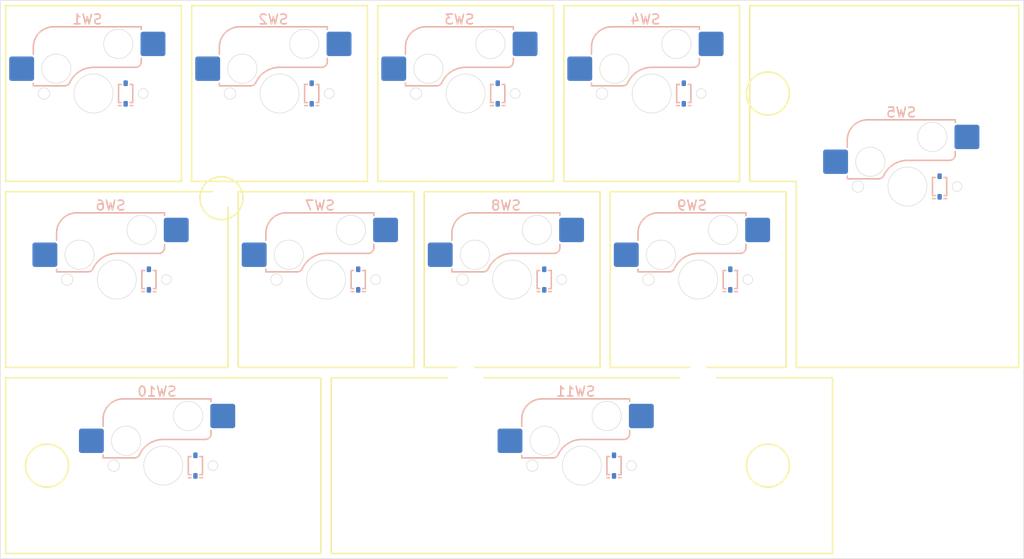
<source format=kicad_pcb>
(kicad_pcb (version 20241229) (generator "pcbnew") (generator_version "9.0")
  (layers (0 "F.Cu" signal) (2 "B.Cu" signal) (13 "F.Paste" user) (15 "B.Paste" user) (5 "F.SilkS" user "F.Silkscreen") (7 "B.SilkS" user "B.Silkscreen") (1 "F.Mask" user) (3 "B.Mask" user) (25 "Edge.Cuts" user))
  (net 0 "")
  (net 2 "Net-(D1-A)")
  (net 4 "Net-(D2-A)")
  (net 6 "Net-(D3-A)")
  (net 9 "Net-(D4-A)")
  (net 10 "Net-(D5-A)")
  (net 12 "Net-(D6-A)")
  (net 15 "Net-(D7-A)")
  (net 16 "Net-(D8-A)")
  (net 18 "Net-(D9-A)")
  (net 21 "Net-(D10-A)")
  (net 22 "Net-(D11-A)")
  (footprint "Library:MX_Switch_Stabilizer_2u" (layer "F.Cu") (at 106.90625 95.25 180)
    (property "Reference" "REF**" (hide yes))
    (property "Value" "MX_Switch_Stabilizer_2u" (hide yes))
    (pad "" np_thru_hole circle (at -11.9 -7 180) (size 3.05 3.05) (drill 3.05) (layers "*.Cu" "*.Mask"))
    (pad "" np_thru_hole circle (at -11.9 8.24 180) (size 4 4) (drill 4) (layers "*.Cu" "*.Mask"))
    (pad "" np_thru_hole circle (at 11.9 -7 180) (size 3.05 3.05) (drill 3.05) (layers "*.Cu" "*.Mask"))
    (pad "" np_thru_hole circle (at 11.9 8.24 180) (size 4 4) (drill 4) (layers "*.Cu" "*.Mask"))
  )
  (footprint "MountingHole:MountingHole_2.2mm_M2" (layer "F.Cu") (at 125.95625 57.15)
    (property "Reference" "REF**" (hide yes))
    (property "Value" "MountingHole_2.2mm_M2" (hide yes))
    (pad "" np_thru_hole circle (at 0 0) (size 2.2 2.2) (drill 2.2) (layers "*.Cu" "*.Mask"))
  )
  (footprint "MountingHole:MountingHole_2.2mm_M2" (layer "F.Cu") (at 69.996875 67.865625)
    (property "Reference" "REF**" (hide yes))
    (property "Value" "MountingHole_2.2mm_M2" (hide yes))
    (pad "" np_thru_hole circle (at 0 0) (size 2.2 2.2) (drill 2.2) (layers "*.Cu" "*.Mask"))
  )
  (footprint "MountingHole:MountingHole_2.2mm_M2" (layer "F.Cu") (at 52.1375 95.25)
    (property "Reference" "REF**" (hide yes))
    (property "Value" "MountingHole_2.2mm_M2" (hide yes))
    (pad "" np_thru_hole circle (at 0 0) (size 2.2 2.2) (drill 2.2) (layers "*.Cu" "*.Mask"))
  )
  (footprint "Library:MX_Switch_Stabilizer_2u" (layer "F.Cu") (at 140.24375 66.675 -90)
    (property "Reference" "REF**" (hide yes))
    (property "Value" "MX_Switch_Stabilizer_2u" (hide yes))
    (pad "" np_thru_hole circle (at -11.9 -7 270) (size 3.05 3.05) (drill 3.05) (layers "*.Cu" "*.Mask"))
    (pad "" np_thru_hole circle (at -11.9 8.24 270) (size 4 4) (drill 4) (layers "*.Cu" "*.Mask"))
    (pad "" np_thru_hole circle (at 11.9 -7 270) (size 3.05 3.05) (drill 3.05) (layers "*.Cu" "*.Mask"))
    (pad "" np_thru_hole circle (at 11.9 8.24 270) (size 4 4) (drill 4) (layers "*.Cu" "*.Mask"))
  )
  (footprint "MountingHole:MountingHole_2.2mm_M2" (layer "F.Cu") (at 125.95625 95.25)
    (property "Reference" "REF**" (hide yes))
    (property "Value" "MountingHole_2.2mm_M2" (hide yes))
    (pad "" np_thru_hole circle (at 0 0) (size 2.2 2.2) (drill 2.2) (layers "*.Cu" "*.Mask"))
  )
  (footprint "Library:SOD323" (layer "B.Cu") (at 122.1025 76.2 90)
    (property "Reference" "D9" (hide yes))
    (property "Value" "D_Small" (hide yes))
    (fp_line (start -0.9265 -0.7265) (end 0.9265 -0.7265) (stroke (width 0.153)) (layer "B.SilkS"))
    (fp_line (start 0.9265 -0.4515) (end 0.9265 -0.7265) (stroke (width 0.153)) (layer "B.SilkS"))
    (fp_line (start -0.9265 -0.4515) (end -0.9265 -0.7265) (stroke (width 0.153)) (layer "B.SilkS"))
    (fp_line (start -1.2325 -0.4515) (end -1.2325 -0.7265) (stroke (width 0.153)) (layer "B.SilkS"))
    (fp_line (start 0.9265 0.7265) (end 0.9265 0.4515) (stroke (width 0.153)) (layer "B.SilkS"))
    (fp_line (start -0.9265 0.7265) (end -0.9265 0.4515) (stroke (width 0.153)) (layer "B.SilkS"))
    (fp_line (start -0.9265 0.7265) (end 0.9265 0.7265) (stroke (width 0.153)) (layer "B.SilkS"))
    (fp_line (start -1.2325 0.7265) (end -1.2325 0.4515) (stroke (width 0.153)) (layer "B.SilkS"))
    (pad "1" smd roundrect (at -1.055 0 90) (size 0.59 0.45) (layers "B.Cu" "B.Mask" "B.Paste"))
    (pad "2" smd roundrect (at 1.055 0 90) (size 0.59 0.45) (layers "B.Cu" "B.Mask" "B.Paste") (net 18 "Net-(D9-A)"))
  )
  (footprint "Library:CPG151101S11-16" (layer "B.Cu") (at 94.365 53.34)
    (property "Reference" "SW3" (at 0 -3.779 0) (layer "B.SilkS") (effects (font (thickness 0.153)) (justify mirror)))
    (property "Value" "SW_Push" (hide yes))
    (fp_line (start -5.5265 -0.2065) (end -5.5265 -0.945) (stroke (width 0.153)) (layer "B.SilkS"))
    (fp_line (start -5.5265 3.0215) (end -5.5265 2.7465) (stroke (width 0.153)) (layer "B.SilkS"))
    (fp_line (start -5.5265 3.0215) (end -2.319961 3.0215) (stroke (width 0.153)) (layer "B.SilkS"))
    (fp_line (start -3.45 -3.0215) (end 5.5265 -3.0215) (stroke (width 0.153)) (layer "B.SilkS"))
    (fp_line (start 0.635 1.1315) (end 4.95 1.1315) (stroke (width 0.153)) (layer "B.SilkS"))
    (fp_line (start 5.5265 -2.7465) (end 5.5265 -3.0215) (stroke (width 0.153)) (layer "B.SilkS"))
    (fp_line (start 5.5265 0.555) (end 5.5265 0.2065) (stroke (width 0.153)) (layer "B.SilkS"))
    (fp_arc (start -5.5265 -0.945) (mid -4.918307 -2.413307) (end -3.45 -3.0215) (stroke (width 0.153)) (layer "B.SilkS"))
    (fp_arc (start -1.796606 2.686765) (mid -0.808222 1.55357) (end 0.635 1.1315) (stroke (width 0.153)) (layer "B.SilkS"))
    (fp_arc (start -1.796603 2.686766) (mid -2.009337 2.930659) (end -2.319961 3.0215) (stroke (width 0.153)) (layer "B.SilkS"))
    (fp_arc (start 5.5265 0.555) (mid 5.357647 0.962647) (end 4.95 1.1315) (stroke (width 0.153)) (layer "B.SilkS"))
    (fp_circle (center -4.445 3.81) (end -3.856697 3.81) (stroke (width 0.05)) (fill no) (layer "Edge.Cuts"))
    (fp_circle (center -3.175 1.27) (end -1.675 1.27) (stroke (width 0.05)) (fill no) (layer "Edge.Cuts"))
    (fp_circle (center 0.635 3.81) (end 2.635 3.81) (stroke (width 0.05)) (fill no) (layer "Edge.Cuts"))
    (fp_circle (center 3.175 -1.27) (end 4.675 -1.27) (stroke (width 0.05)) (fill no) (layer "Edge.Cuts"))
    (fp_circle (center 5.715 3.81) (end 6.215 3.81) (stroke (width 0.05)) (fill no) (layer "Edge.Cuts"))
    (pad "1" smd roundrect (at -6.725 1.27) (size 2.55 2.5) (layers "B.Cu" "B.Mask" "B.Paste") (roundrect_rratio 0.1))
    (pad "2" smd roundrect (at 6.725 -1.27) (size 2.55 2.5) (layers "B.Cu" "B.Mask" "B.Paste") (roundrect_rratio 0.1) (net 6 "Net-(D3-A)"))
  )
  (footprint "Library:CPG151101S11-16" (layer "B.Cu") (at 56.265 53.34)
    (property "Reference" "SW1" (at 0 -3.779 0) (layer "B.SilkS") (effects (font (thickness 0.153)) (justify mirror)))
    (property "Value" "SW_Push" (hide yes))
    (fp_line (start -5.5265 -0.2065) (end -5.5265 -0.945) (stroke (width 0.153)) (layer "B.SilkS"))
    (fp_line (start -5.5265 3.0215) (end -5.5265 2.7465) (stroke (width 0.153)) (layer "B.SilkS"))
    (fp_line (start -5.5265 3.0215) (end -2.319961 3.0215) (stroke (width 0.153)) (layer "B.SilkS"))
    (fp_line (start -3.45 -3.0215) (end 5.5265 -3.0215) (stroke (width 0.153)) (layer "B.SilkS"))
    (fp_line (start 0.635 1.1315) (end 4.95 1.1315) (stroke (width 0.153)) (layer "B.SilkS"))
    (fp_line (start 5.5265 -2.7465) (end 5.5265 -3.0215) (stroke (width 0.153)) (layer "B.SilkS"))
    (fp_line (start 5.5265 0.555) (end 5.5265 0.2065) (stroke (width 0.153)) (layer "B.SilkS"))
    (fp_arc (start -5.5265 -0.945) (mid -4.918307 -2.413307) (end -3.45 -3.0215) (stroke (width 0.153)) (layer "B.SilkS"))
    (fp_arc (start -1.796606 2.686765) (mid -0.808222 1.55357) (end 0.635 1.1315) (stroke (width 0.153)) (layer "B.SilkS"))
    (fp_arc (start -1.796603 2.686766) (mid -2.009337 2.930659) (end -2.319961 3.0215) (stroke (width 0.153)) (layer "B.SilkS"))
    (fp_arc (start 5.5265 0.555) (mid 5.357647 0.962647) (end 4.95 1.1315) (stroke (width 0.153)) (layer "B.SilkS"))
    (fp_circle (center -4.445 3.81) (end -3.856697 3.81) (stroke (width 0.05)) (fill no) (layer "Edge.Cuts"))
    (fp_circle (center -3.175 1.27) (end -1.675 1.27) (stroke (width 0.05)) (fill no) (layer "Edge.Cuts"))
    (fp_circle (center 0.635 3.81) (end 2.635 3.81) (stroke (width 0.05)) (fill no) (layer "Edge.Cuts"))
    (fp_circle (center 3.175 -1.27) (end 4.675 -1.27) (stroke (width 0.05)) (fill no) (layer "Edge.Cuts"))
    (fp_circle (center 5.715 3.81) (end 6.215 3.81) (stroke (width 0.05)) (fill no) (layer "Edge.Cuts"))
    (pad "1" smd roundrect (at -6.725 1.27) (size 2.55 2.5) (layers "B.Cu" "B.Mask" "B.Paste") (roundrect_rratio 0.1))
    (pad "2" smd roundrect (at 6.725 -1.27) (size 2.55 2.5) (layers "B.Cu" "B.Mask" "B.Paste") (roundrect_rratio 0.1) (net 2 "Net-(D1-A)"))
  )
  (footprint "Library:SOD323" (layer "B.Cu") (at 84.0025 76.2 90)
    (property "Reference" "D7" (hide yes))
    (property "Value" "D_Small" (hide yes))
    (fp_line (start -0.9265 -0.7265) (end 0.9265 -0.7265) (stroke (width 0.153)) (layer "B.SilkS"))
    (fp_line (start 0.9265 -0.4515) (end 0.9265 -0.7265) (stroke (width 0.153)) (layer "B.SilkS"))
    (fp_line (start -0.9265 -0.4515) (end -0.9265 -0.7265) (stroke (width 0.153)) (layer "B.SilkS"))
    (fp_line (start -1.2325 -0.4515) (end -1.2325 -0.7265) (stroke (width 0.153)) (layer "B.SilkS"))
    (fp_line (start 0.9265 0.7265) (end 0.9265 0.4515) (stroke (width 0.153)) (layer "B.SilkS"))
    (fp_line (start -0.9265 0.7265) (end -0.9265 0.4515) (stroke (width 0.153)) (layer "B.SilkS"))
    (fp_line (start -0.9265 0.7265) (end 0.9265 0.7265) (stroke (width 0.153)) (layer "B.SilkS"))
    (fp_line (start -1.2325 0.7265) (end -1.2325 0.4515) (stroke (width 0.153)) (layer "B.SilkS"))
    (pad "1" smd roundrect (at -1.055 0 90) (size 0.59 0.45) (layers "B.Cu" "B.Mask" "B.Paste"))
    (pad "2" smd roundrect (at 1.055 0 90) (size 0.59 0.45) (layers "B.Cu" "B.Mask" "B.Paste") (net 15 "Net-(D7-A)"))
  )
  (footprint "Library:CPG151101S11-16" (layer "B.Cu") (at 58.64625 72.39)
    (property "Reference" "SW6" (at 0 -3.779 0) (layer "B.SilkS") (effects (font (thickness 0.153)) (justify mirror)))
    (property "Value" "SW_Push" (hide yes))
    (fp_line (start -5.5265 -0.2065) (end -5.5265 -0.945) (stroke (width 0.153)) (layer "B.SilkS"))
    (fp_line (start -5.5265 3.0215) (end -5.5265 2.7465) (stroke (width 0.153)) (layer "B.SilkS"))
    (fp_line (start -5.5265 3.0215) (end -2.319961 3.0215) (stroke (width 0.153)) (layer "B.SilkS"))
    (fp_line (start -3.45 -3.0215) (end 5.5265 -3.0215) (stroke (width 0.153)) (layer "B.SilkS"))
    (fp_line (start 0.635 1.1315) (end 4.95 1.1315) (stroke (width 0.153)) (layer "B.SilkS"))
    (fp_line (start 5.5265 -2.7465) (end 5.5265 -3.0215) (stroke (width 0.153)) (layer "B.SilkS"))
    (fp_line (start 5.5265 0.555) (end 5.5265 0.2065) (stroke (width 0.153)) (layer "B.SilkS"))
    (fp_arc (start -5.5265 -0.945) (mid -4.918307 -2.413307) (end -3.45 -3.0215) (stroke (width 0.153)) (layer "B.SilkS"))
    (fp_arc (start -1.796606 2.686765) (mid -0.808222 1.55357) (end 0.635 1.1315) (stroke (width 0.153)) (layer "B.SilkS"))
    (fp_arc (start -1.796603 2.686766) (mid -2.009337 2.930659) (end -2.319961 3.0215) (stroke (width 0.153)) (layer "B.SilkS"))
    (fp_arc (start 5.5265 0.555) (mid 5.357647 0.962647) (end 4.95 1.1315) (stroke (width 0.153)) (layer "B.SilkS"))
    (fp_circle (center -4.445 3.81) (end -3.856697 3.81) (stroke (width 0.05)) (fill no) (layer "Edge.Cuts"))
    (fp_circle (center -3.175 1.27) (end -1.675 1.27) (stroke (width 0.05)) (fill no) (layer "Edge.Cuts"))
    (fp_circle (center 0.635 3.81) (end 2.635 3.81) (stroke (width 0.05)) (fill no) (layer "Edge.Cuts"))
    (fp_circle (center 3.175 -1.27) (end 4.675 -1.27) (stroke (width 0.05)) (fill no) (layer "Edge.Cuts"))
    (fp_circle (center 5.715 3.81) (end 6.215 3.81) (stroke (width 0.05)) (fill no) (layer "Edge.Cuts"))
    (pad "1" smd roundrect (at -6.725 1.27) (size 2.55 2.5) (layers "B.Cu" "B.Mask" "B.Paste") (roundrect_rratio 0.1))
    (pad "2" smd roundrect (at 6.725 -1.27) (size 2.55 2.5) (layers "B.Cu" "B.Mask" "B.Paste") (roundrect_rratio 0.1) (net 12 "Net-(D6-A)"))
  )
  (footprint "Library:CPG151101S11-16" (layer "B.Cu") (at 80.0775 72.39)
    (property "Reference" "SW7" (at 0 -3.779 0) (layer "B.SilkS") (effects (font (thickness 0.153)) (justify mirror)))
    (property "Value" "SW_Push" (hide yes))
    (fp_line (start -5.5265 -0.2065) (end -5.5265 -0.945) (stroke (width 0.153)) (layer "B.SilkS"))
    (fp_line (start -5.5265 3.0215) (end -5.5265 2.7465) (stroke (width 0.153)) (layer "B.SilkS"))
    (fp_line (start -5.5265 3.0215) (end -2.319961 3.0215) (stroke (width 0.153)) (layer "B.SilkS"))
    (fp_line (start -3.45 -3.0215) (end 5.5265 -3.0215) (stroke (width 0.153)) (layer "B.SilkS"))
    (fp_line (start 0.635 1.1315) (end 4.95 1.1315) (stroke (width 0.153)) (layer "B.SilkS"))
    (fp_line (start 5.5265 -2.7465) (end 5.5265 -3.0215) (stroke (width 0.153)) (layer "B.SilkS"))
    (fp_line (start 5.5265 0.555) (end 5.5265 0.2065) (stroke (width 0.153)) (layer "B.SilkS"))
    (fp_arc (start -5.5265 -0.945) (mid -4.918307 -2.413307) (end -3.45 -3.0215) (stroke (width 0.153)) (layer "B.SilkS"))
    (fp_arc (start -1.796606 2.686765) (mid -0.808222 1.55357) (end 0.635 1.1315) (stroke (width 0.153)) (layer "B.SilkS"))
    (fp_arc (start -1.796603 2.686766) (mid -2.009337 2.930659) (end -2.319961 3.0215) (stroke (width 0.153)) (layer "B.SilkS"))
    (fp_arc (start 5.5265 0.555) (mid 5.357647 0.962647) (end 4.95 1.1315) (stroke (width 0.153)) (layer "B.SilkS"))
    (fp_circle (center -4.445 3.81) (end -3.856697 3.81) (stroke (width 0.05)) (fill no) (layer "Edge.Cuts"))
    (fp_circle (center -3.175 1.27) (end -1.675 1.27) (stroke (width 0.05)) (fill no) (layer "Edge.Cuts"))
    (fp_circle (center 0.635 3.81) (end 2.635 3.81) (stroke (width 0.05)) (fill no) (layer "Edge.Cuts"))
    (fp_circle (center 3.175 -1.27) (end 4.675 -1.27) (stroke (width 0.05)) (fill no) (layer "Edge.Cuts"))
    (fp_circle (center 5.715 3.81) (end 6.215 3.81) (stroke (width 0.05)) (fill no) (layer "Edge.Cuts"))
    (pad "1" smd roundrect (at -6.725 1.27) (size 2.55 2.5) (layers "B.Cu" "B.Mask" "B.Paste") (roundrect_rratio 0.1))
    (pad "2" smd roundrect (at 6.725 -1.27) (size 2.55 2.5) (layers "B.Cu" "B.Mask" "B.Paste") (roundrect_rratio 0.1) (net 15 "Net-(D7-A)"))
  )
  (footprint "Library:CPG151101S11-16" (layer "B.Cu") (at 63.40875 91.44)
    (property "Reference" "SW10" (at 0 -3.779 0) (layer "B.SilkS") (effects (font (thickness 0.153)) (justify mirror)))
    (property "Value" "SW_Push" (hide yes))
    (fp_line (start -5.5265 -0.2065) (end -5.5265 -0.945) (stroke (width 0.153)) (layer "B.SilkS"))
    (fp_line (start -5.5265 3.0215) (end -5.5265 2.7465) (stroke (width 0.153)) (layer "B.SilkS"))
    (fp_line (start -5.5265 3.0215) (end -2.319961 3.0215) (stroke (width 0.153)) (layer "B.SilkS"))
    (fp_line (start -3.45 -3.0215) (end 5.5265 -3.0215) (stroke (width 0.153)) (layer "B.SilkS"))
    (fp_line (start 0.635 1.1315) (end 4.95 1.1315) (stroke (width 0.153)) (layer "B.SilkS"))
    (fp_line (start 5.5265 -2.7465) (end 5.5265 -3.0215) (stroke (width 0.153)) (layer "B.SilkS"))
    (fp_line (start 5.5265 0.555) (end 5.5265 0.2065) (stroke (width 0.153)) (layer "B.SilkS"))
    (fp_arc (start -5.5265 -0.945) (mid -4.918307 -2.413307) (end -3.45 -3.0215) (stroke (width 0.153)) (layer "B.SilkS"))
    (fp_arc (start -1.796606 2.686765) (mid -0.808222 1.55357) (end 0.635 1.1315) (stroke (width 0.153)) (layer "B.SilkS"))
    (fp_arc (start -1.796603 2.686766) (mid -2.009337 2.930659) (end -2.319961 3.0215) (stroke (width 0.153)) (layer "B.SilkS"))
    (fp_arc (start 5.5265 0.555) (mid 5.357647 0.962647) (end 4.95 1.1315) (stroke (width 0.153)) (layer "B.SilkS"))
    (fp_circle (center -4.445 3.81) (end -3.856697 3.81) (stroke (width 0.05)) (fill no) (layer "Edge.Cuts"))
    (fp_circle (center -3.175 1.27) (end -1.675 1.27) (stroke (width 0.05)) (fill no) (layer "Edge.Cuts"))
    (fp_circle (center 0.635 3.81) (end 2.635 3.81) (stroke (width 0.05)) (fill no) (layer "Edge.Cuts"))
    (fp_circle (center 3.175 -1.27) (end 4.675 -1.27) (stroke (width 0.05)) (fill no) (layer "Edge.Cuts"))
    (fp_circle (center 5.715 3.81) (end 6.215 3.81) (stroke (width 0.05)) (fill no) (layer "Edge.Cuts"))
    (pad "1" smd roundrect (at -6.725 1.27) (size 2.55 2.5) (layers "B.Cu" "B.Mask" "B.Paste") (roundrect_rratio 0.1))
    (pad "2" smd roundrect (at 6.725 -1.27) (size 2.55 2.5) (layers "B.Cu" "B.Mask" "B.Paste") (roundrect_rratio 0.1) (net 21 "Net-(D10-A)"))
  )
  (footprint "Library:CPG151101S11-16" (layer "B.Cu") (at 75.315 53.34)
    (property "Reference" "SW2" (at 0 -3.779 0) (layer "B.SilkS") (effects (font (thickness 0.153)) (justify mirror)))
    (property "Value" "SW_Push" (hide yes))
    (fp_line (start -5.5265 -0.2065) (end -5.5265 -0.945) (stroke (width 0.153)) (layer "B.SilkS"))
    (fp_line (start -5.5265 3.0215) (end -5.5265 2.7465) (stroke (width 0.153)) (layer "B.SilkS"))
    (fp_line (start -5.5265 3.0215) (end -2.319961 3.0215) (stroke (width 0.153)) (layer "B.SilkS"))
    (fp_line (start -3.45 -3.0215) (end 5.5265 -3.0215) (stroke (width 0.153)) (layer "B.SilkS"))
    (fp_line (start 0.635 1.1315) (end 4.95 1.1315) (stroke (width 0.153)) (layer "B.SilkS"))
    (fp_line (start 5.5265 -2.7465) (end 5.5265 -3.0215) (stroke (width 0.153)) (layer "B.SilkS"))
    (fp_line (start 5.5265 0.555) (end 5.5265 0.2065) (stroke (width 0.153)) (layer "B.SilkS"))
    (fp_arc (start -5.5265 -0.945) (mid -4.918307 -2.413307) (end -3.45 -3.0215) (stroke (width 0.153)) (layer "B.SilkS"))
    (fp_arc (start -1.796606 2.686765) (mid -0.808222 1.55357) (end 0.635 1.1315) (stroke (width 0.153)) (layer "B.SilkS"))
    (fp_arc (start -1.796603 2.686766) (mid -2.009337 2.930659) (end -2.319961 3.0215) (stroke (width 0.153)) (layer "B.SilkS"))
    (fp_arc (start 5.5265 0.555) (mid 5.357647 0.962647) (end 4.95 1.1315) (stroke (width 0.153)) (layer "B.SilkS"))
    (fp_circle (center -4.445 3.81) (end -3.856697 3.81) (stroke (width 0.05)) (fill no) (layer "Edge.Cuts"))
    (fp_circle (center -3.175 1.27) (end -1.675 1.27) (stroke (width 0.05)) (fill no) (layer "Edge.Cuts"))
    (fp_circle (center 0.635 3.81) (end 2.635 3.81) (stroke (width 0.05)) (fill no) (layer "Edge.Cuts"))
    (fp_circle (center 3.175 -1.27) (end 4.675 -1.27) (stroke (width 0.05)) (fill no) (layer "Edge.Cuts"))
    (fp_circle (center 5.715 3.81) (end 6.215 3.81) (stroke (width 0.05)) (fill no) (layer "Edge.Cuts"))
    (pad "1" smd roundrect (at -6.725 1.27) (size 2.55 2.5) (layers "B.Cu" "B.Mask" "B.Paste") (roundrect_rratio 0.1))
    (pad "2" smd roundrect (at 6.725 -1.27) (size 2.55 2.5) (layers "B.Cu" "B.Mask" "B.Paste") (roundrect_rratio 0.1) (net 4 "Net-(D2-A)"))
  )
  (footprint "Library:CPG151101S11-16" (layer "B.Cu") (at 106.27125 91.44)
    (property "Reference" "SW11" (at 0 -3.779 0) (layer "B.SilkS") (effects (font (thickness 0.153)) (justify mirror)))
    (property "Value" "SW_Push" (hide yes))
    (fp_line (start -5.5265 -0.2065) (end -5.5265 -0.945) (stroke (width 0.153)) (layer "B.SilkS"))
    (fp_line (start -5.5265 3.0215) (end -5.5265 2.7465) (stroke (width 0.153)) (layer "B.SilkS"))
    (fp_line (start -5.5265 3.0215) (end -2.319961 3.0215) (stroke (width 0.153)) (layer "B.SilkS"))
    (fp_line (start -3.45 -3.0215) (end 5.5265 -3.0215) (stroke (width 0.153)) (layer "B.SilkS"))
    (fp_line (start 0.635 1.1315) (end 4.95 1.1315) (stroke (width 0.153)) (layer "B.SilkS"))
    (fp_line (start 5.5265 -2.7465) (end 5.5265 -3.0215) (stroke (width 0.153)) (layer "B.SilkS"))
    (fp_line (start 5.5265 0.555) (end 5.5265 0.2065) (stroke (width 0.153)) (layer "B.SilkS"))
    (fp_arc (start -5.5265 -0.945) (mid -4.918307 -2.413307) (end -3.45 -3.0215) (stroke (width 0.153)) (layer "B.SilkS"))
    (fp_arc (start -1.796606 2.686765) (mid -0.808222 1.55357) (end 0.635 1.1315) (stroke (width 0.153)) (layer "B.SilkS"))
    (fp_arc (start -1.796603 2.686766) (mid -2.009337 2.930659) (end -2.319961 3.0215) (stroke (width 0.153)) (layer "B.SilkS"))
    (fp_arc (start 5.5265 0.555) (mid 5.357647 0.962647) (end 4.95 1.1315) (stroke (width 0.153)) (layer "B.SilkS"))
    (fp_circle (center -4.445 3.81) (end -3.856697 3.81) (stroke (width 0.05)) (fill no) (layer "Edge.Cuts"))
    (fp_circle (center -3.175 1.27) (end -1.675 1.27) (stroke (width 0.05)) (fill no) (layer "Edge.Cuts"))
    (fp_circle (center 0.635 3.81) (end 2.635 3.81) (stroke (width 0.05)) (fill no) (layer "Edge.Cuts"))
    (fp_circle (center 3.175 -1.27) (end 4.675 -1.27) (stroke (width 0.05)) (fill no) (layer "Edge.Cuts"))
    (fp_circle (center 5.715 3.81) (end 6.215 3.81) (stroke (width 0.05)) (fill no) (layer "Edge.Cuts"))
    (pad "1" smd roundrect (at -6.725 1.27) (size 2.55 2.5) (layers "B.Cu" "B.Mask" "B.Paste") (roundrect_rratio 0.1))
    (pad "2" smd roundrect (at 6.725 -1.27) (size 2.55 2.5) (layers "B.Cu" "B.Mask" "B.Paste") (roundrect_rratio 0.1) (net 22 "Net-(D11-A)"))
  )
  (footprint "Library:CPG151101S11-16" (layer "B.Cu") (at 113.415 53.34)
    (property "Reference" "SW4" (at 0 -3.779 0) (layer "B.SilkS") (effects (font (thickness 0.153)) (justify mirror)))
    (property "Value" "SW_Push" (hide yes))
    (fp_line (start -5.5265 -0.2065) (end -5.5265 -0.945) (stroke (width 0.153)) (layer "B.SilkS"))
    (fp_line (start -5.5265 3.0215) (end -5.5265 2.7465) (stroke (width 0.153)) (layer "B.SilkS"))
    (fp_line (start -5.5265 3.0215) (end -2.319961 3.0215) (stroke (width 0.153)) (layer "B.SilkS"))
    (fp_line (start -3.45 -3.0215) (end 5.5265 -3.0215) (stroke (width 0.153)) (layer "B.SilkS"))
    (fp_line (start 0.635 1.1315) (end 4.95 1.1315) (stroke (width 0.153)) (layer "B.SilkS"))
    (fp_line (start 5.5265 -2.7465) (end 5.5265 -3.0215) (stroke (width 0.153)) (layer "B.SilkS"))
    (fp_line (start 5.5265 0.555) (end 5.5265 0.2065) (stroke (width 0.153)) (layer "B.SilkS"))
    (fp_arc (start -5.5265 -0.945) (mid -4.918307 -2.413307) (end -3.45 -3.0215) (stroke (width 0.153)) (layer "B.SilkS"))
    (fp_arc (start -1.796606 2.686765) (mid -0.808222 1.55357) (end 0.635 1.1315) (stroke (width 0.153)) (layer "B.SilkS"))
    (fp_arc (start -1.796603 2.686766) (mid -2.009337 2.930659) (end -2.319961 3.0215) (stroke (width 0.153)) (layer "B.SilkS"))
    (fp_arc (start 5.5265 0.555) (mid 5.357647 0.962647) (end 4.95 1.1315) (stroke (width 0.153)) (layer "B.SilkS"))
    (fp_circle (center -4.445 3.81) (end -3.856697 3.81) (stroke (width 0.05)) (fill no) (layer "Edge.Cuts"))
    (fp_circle (center -3.175 1.27) (end -1.675 1.27) (stroke (width 0.05)) (fill no) (layer "Edge.Cuts"))
    (fp_circle (center 0.635 3.81) (end 2.635 3.81) (stroke (width 0.05)) (fill no) (layer "Edge.Cuts"))
    (fp_circle (center 3.175 -1.27) (end 4.675 -1.27) (stroke (width 0.05)) (fill no) (layer "Edge.Cuts"))
    (fp_circle (center 5.715 3.81) (end 6.215 3.81) (stroke (width 0.05)) (fill no) (layer "Edge.Cuts"))
    (pad "1" smd roundrect (at -6.725 1.27) (size 2.55 2.5) (layers "B.Cu" "B.Mask" "B.Paste") (roundrect_rratio 0.1))
    (pad "2" smd roundrect (at 6.725 -1.27) (size 2.55 2.5) (layers "B.Cu" "B.Mask" "B.Paste") (roundrect_rratio 0.1) (net 9 "Net-(D4-A)"))
  )
  (footprint "Library:SOD323" (layer "B.Cu") (at 62.57125 76.2 90)
    (property "Reference" "D6" (hide yes))
    (property "Value" "D_Small" (hide yes))
    (fp_line (start -0.9265 -0.7265) (end 0.9265 -0.7265) (stroke (width 0.153)) (layer "B.SilkS"))
    (fp_line (start 0.9265 -0.4515) (end 0.9265 -0.7265) (stroke (width 0.153)) (layer "B.SilkS"))
    (fp_line (start -0.9265 -0.4515) (end -0.9265 -0.7265) (stroke (width 0.153)) (layer "B.SilkS"))
    (fp_line (start -1.2325 -0.4515) (end -1.2325 -0.7265) (stroke (width 0.153)) (layer "B.SilkS"))
    (fp_line (start 0.9265 0.7265) (end 0.9265 0.4515) (stroke (width 0.153)) (layer "B.SilkS"))
    (fp_line (start -0.9265 0.7265) (end -0.9265 0.4515) (stroke (width 0.153)) (layer "B.SilkS"))
    (fp_line (start -0.9265 0.7265) (end 0.9265 0.7265) (stroke (width 0.153)) (layer "B.SilkS"))
    (fp_line (start -1.2325 0.7265) (end -1.2325 0.4515) (stroke (width 0.153)) (layer "B.SilkS"))
    (pad "1" smd roundrect (at -1.055 0 90) (size 0.59 0.45) (layers "B.Cu" "B.Mask" "B.Paste"))
    (pad "2" smd roundrect (at 1.055 0 90) (size 0.59 0.45) (layers "B.Cu" "B.Mask" "B.Paste") (net 12 "Net-(D6-A)"))
  )
  (footprint "Library:SOD323" (layer "B.Cu") (at 143.53375 66.675 90)
    (property "Reference" "D5" (hide yes))
    (property "Value" "D_Small" (hide yes))
    (fp_line (start -0.9265 -0.7265) (end 0.9265 -0.7265) (stroke (width 0.153)) (layer "B.SilkS"))
    (fp_line (start 0.9265 -0.4515) (end 0.9265 -0.7265) (stroke (width 0.153)) (layer "B.SilkS"))
    (fp_line (start -0.9265 -0.4515) (end -0.9265 -0.7265) (stroke (width 0.153)) (layer "B.SilkS"))
    (fp_line (start -1.2325 -0.4515) (end -1.2325 -0.7265) (stroke (width 0.153)) (layer "B.SilkS"))
    (fp_line (start 0.9265 0.7265) (end 0.9265 0.4515) (stroke (width 0.153)) (layer "B.SilkS"))
    (fp_line (start -0.9265 0.7265) (end -0.9265 0.4515) (stroke (width 0.153)) (layer "B.SilkS"))
    (fp_line (start -0.9265 0.7265) (end 0.9265 0.7265) (stroke (width 0.153)) (layer "B.SilkS"))
    (fp_line (start -1.2325 0.7265) (end -1.2325 0.4515) (stroke (width 0.153)) (layer "B.SilkS"))
    (pad "1" smd roundrect (at -1.055 0 90) (size 0.59 0.45) (layers "B.Cu" "B.Mask" "B.Paste"))
    (pad "2" smd roundrect (at 1.055 0 90) (size 0.59 0.45) (layers "B.Cu" "B.Mask" "B.Paste") (net 10 "Net-(D5-A)"))
  )
  (footprint "Library:CPG151101S11-16" (layer "B.Cu") (at 139.60875 62.865)
    (property "Reference" "SW5" (at 0 -3.779 0) (layer "B.SilkS") (effects (font (thickness 0.153)) (justify mirror)))
    (property "Value" "SW_Push" (hide yes))
    (fp_line (start -5.5265 -0.2065) (end -5.5265 -0.945) (stroke (width 0.153)) (layer "B.SilkS"))
    (fp_line (start -5.5265 3.0215) (end -5.5265 2.7465) (stroke (width 0.153)) (layer "B.SilkS"))
    (fp_line (start -5.5265 3.0215) (end -2.319961 3.0215) (stroke (width 0.153)) (layer "B.SilkS"))
    (fp_line (start -3.45 -3.0215) (end 5.5265 -3.0215) (stroke (width 0.153)) (layer "B.SilkS"))
    (fp_line (start 0.635 1.1315) (end 4.95 1.1315) (stroke (width 0.153)) (layer "B.SilkS"))
    (fp_line (start 5.5265 -2.7465) (end 5.5265 -3.0215) (stroke (width 0.153)) (layer "B.SilkS"))
    (fp_line (start 5.5265 0.555) (end 5.5265 0.2065) (stroke (width 0.153)) (layer "B.SilkS"))
    (fp_arc (start -5.5265 -0.945) (mid -4.918307 -2.413307) (end -3.45 -3.0215) (stroke (width 0.153)) (layer "B.SilkS"))
    (fp_arc (start -1.796606 2.686765) (mid -0.808222 1.55357) (end 0.635 1.1315) (stroke (width 0.153)) (layer "B.SilkS"))
    (fp_arc (start -1.796603 2.686766) (mid -2.009337 2.930659) (end -2.319961 3.0215) (stroke (width 0.153)) (layer "B.SilkS"))
    (fp_arc (start 5.5265 0.555) (mid 5.357647 0.962647) (end 4.95 1.1315) (stroke (width 0.153)) (layer "B.SilkS"))
    (fp_circle (center -4.445 3.81) (end -3.856697 3.81) (stroke (width 0.05)) (fill no) (layer "Edge.Cuts"))
    (fp_circle (center -3.175 1.27) (end -1.675 1.27) (stroke (width 0.05)) (fill no) (layer "Edge.Cuts"))
    (fp_circle (center 0.635 3.81) (end 2.635 3.81) (stroke (width 0.05)) (fill no) (layer "Edge.Cuts"))
    (fp_circle (center 3.175 -1.27) (end 4.675 -1.27) (stroke (width 0.05)) (fill no) (layer "Edge.Cuts"))
    (fp_circle (center 5.715 3.81) (end 6.215 3.81) (stroke (width 0.05)) (fill no) (layer "Edge.Cuts"))
    (pad "1" smd roundrect (at -6.725 1.27) (size 2.55 2.5) (layers "B.Cu" "B.Mask" "B.Paste") (roundrect_rratio 0.1))
    (pad "2" smd roundrect (at 6.725 -1.27) (size 2.55 2.5) (layers "B.Cu" "B.Mask" "B.Paste") (roundrect_rratio 0.1) (net 10 "Net-(D5-A)"))
  )
  (footprint "Library:SOD323" (layer "B.Cu") (at 60.19 57.15 90)
    (property "Reference" "D1" (hide yes))
    (property "Value" "D_Small" (hide yes))
    (fp_line (start -0.9265 -0.7265) (end 0.9265 -0.7265) (stroke (width 0.153)) (layer "B.SilkS"))
    (fp_line (start 0.9265 -0.4515) (end 0.9265 -0.7265) (stroke (width 0.153)) (layer "B.SilkS"))
    (fp_line (start -0.9265 -0.4515) (end -0.9265 -0.7265) (stroke (width 0.153)) (layer "B.SilkS"))
    (fp_line (start -1.2325 -0.4515) (end -1.2325 -0.7265) (stroke (width 0.153)) (layer "B.SilkS"))
    (fp_line (start 0.9265 0.7265) (end 0.9265 0.4515) (stroke (width 0.153)) (layer "B.SilkS"))
    (fp_line (start -0.9265 0.7265) (end -0.9265 0.4515) (stroke (width 0.153)) (layer "B.SilkS"))
    (fp_line (start -0.9265 0.7265) (end 0.9265 0.7265) (stroke (width 0.153)) (layer "B.SilkS"))
    (fp_line (start -1.2325 0.7265) (end -1.2325 0.4515) (stroke (width 0.153)) (layer "B.SilkS"))
    (pad "1" smd roundrect (at -1.055 0 90) (size 0.59 0.45) (layers "B.Cu" "B.Mask" "B.Paste"))
    (pad "2" smd roundrect (at 1.055 0 90) (size 0.59 0.45) (layers "B.Cu" "B.Mask" "B.Paste") (net 2 "Net-(D1-A)"))
  )
  (footprint "Library:SOD323" (layer "B.Cu") (at 67.33375 95.25 90)
    (property "Reference" "D10" (hide yes))
    (property "Value" "D_Small" (hide yes))
    (fp_line (start -0.9265 -0.7265) (end 0.9265 -0.7265) (stroke (width 0.153)) (layer "B.SilkS"))
    (fp_line (start 0.9265 -0.4515) (end 0.9265 -0.7265) (stroke (width 0.153)) (layer "B.SilkS"))
    (fp_line (start -0.9265 -0.4515) (end -0.9265 -0.7265) (stroke (width 0.153)) (layer "B.SilkS"))
    (fp_line (start -1.2325 -0.4515) (end -1.2325 -0.7265) (stroke (width 0.153)) (layer "B.SilkS"))
    (fp_line (start 0.9265 0.7265) (end 0.9265 0.4515) (stroke (width 0.153)) (layer "B.SilkS"))
    (fp_line (start -0.9265 0.7265) (end -0.9265 0.4515) (stroke (width 0.153)) (layer "B.SilkS"))
    (fp_line (start -0.9265 0.7265) (end 0.9265 0.7265) (stroke (width 0.153)) (layer "B.SilkS"))
    (fp_line (start -1.2325 0.7265) (end -1.2325 0.4515) (stroke (width 0.153)) (layer "B.SilkS"))
    (pad "1" smd roundrect (at -1.055 0 90) (size 0.59 0.45) (layers "B.Cu" "B.Mask" "B.Paste"))
    (pad "2" smd roundrect (at 1.055 0 90) (size 0.59 0.45) (layers "B.Cu" "B.Mask" "B.Paste") (net 21 "Net-(D10-A)"))
  )
  (footprint "Library:SOD323" (layer "B.Cu") (at 117.34 57.15 90)
    (property "Reference" "D4" (hide yes))
    (property "Value" "D_Small" (hide yes))
    (fp_line (start -0.9265 -0.7265) (end 0.9265 -0.7265) (stroke (width 0.153)) (layer "B.SilkS"))
    (fp_line (start 0.9265 -0.4515) (end 0.9265 -0.7265) (stroke (width 0.153)) (layer "B.SilkS"))
    (fp_line (start -0.9265 -0.4515) (end -0.9265 -0.7265) (stroke (width 0.153)) (layer "B.SilkS"))
    (fp_line (start -1.2325 -0.4515) (end -1.2325 -0.7265) (stroke (width 0.153)) (layer "B.SilkS"))
    (fp_line (start 0.9265 0.7265) (end 0.9265 0.4515) (stroke (width 0.153)) (layer "B.SilkS"))
    (fp_line (start -0.9265 0.7265) (end -0.9265 0.4515) (stroke (width 0.153)) (layer "B.SilkS"))
    (fp_line (start -0.9265 0.7265) (end 0.9265 0.7265) (stroke (width 0.153)) (layer "B.SilkS"))
    (fp_line (start -1.2325 0.7265) (end -1.2325 0.4515) (stroke (width 0.153)) (layer "B.SilkS"))
    (pad "1" smd roundrect (at -1.055 0 90) (size 0.59 0.45) (layers "B.Cu" "B.Mask" "B.Paste"))
    (pad "2" smd roundrect (at 1.055 0 90) (size 0.59 0.45) (layers "B.Cu" "B.Mask" "B.Paste") (net 9 "Net-(D4-A)"))
  )
  (footprint "Library:SOD323" (layer "B.Cu") (at 110.19625 95.25 90)
    (property "Reference" "D11" (hide yes))
    (property "Value" "D_Small" (hide yes))
    (fp_line (start -0.9265 -0.7265) (end 0.9265 -0.7265) (stroke (width 0.153)) (layer "B.SilkS"))
    (fp_line (start 0.9265 -0.4515) (end 0.9265 -0.7265) (stroke (width 0.153)) (layer "B.SilkS"))
    (fp_line (start -0.9265 -0.4515) (end -0.9265 -0.7265) (stroke (width 0.153)) (layer "B.SilkS"))
    (fp_line (start -1.2325 -0.4515) (end -1.2325 -0.7265) (stroke (width 0.153)) (layer "B.SilkS"))
    (fp_line (start 0.9265 0.7265) (end 0.9265 0.4515) (stroke (width 0.153)) (layer "B.SilkS"))
    (fp_line (start -0.9265 0.7265) (end -0.9265 0.4515) (stroke (width 0.153)) (layer "B.SilkS"))
    (fp_line (start -0.9265 0.7265) (end 0.9265 0.7265) (stroke (width 0.153)) (layer "B.SilkS"))
    (fp_line (start -1.2325 0.7265) (end -1.2325 0.4515) (stroke (width 0.153)) (layer "B.SilkS"))
    (pad "1" smd roundrect (at -1.055 0 90) (size 0.59 0.45) (layers "B.Cu" "B.Mask" "B.Paste"))
    (pad "2" smd roundrect (at 1.055 0 90) (size 0.59 0.45) (layers "B.Cu" "B.Mask" "B.Paste") (net 22 "Net-(D11-A)"))
  )
  (footprint "Library:SOD323" (layer "B.Cu") (at 103.0525 76.2 90)
    (property "Reference" "D8" (hide yes))
    (property "Value" "D_Small" (hide yes))
    (fp_line (start -0.9265 -0.7265) (end 0.9265 -0.7265) (stroke (width 0.153)) (layer "B.SilkS"))
    (fp_line (start 0.9265 -0.4515) (end 0.9265 -0.7265) (stroke (width 0.153)) (layer "B.SilkS"))
    (fp_line (start -0.9265 -0.4515) (end -0.9265 -0.7265) (stroke (width 0.153)) (layer "B.SilkS"))
    (fp_line (start -1.2325 -0.4515) (end -1.2325 -0.7265) (stroke (width 0.153)) (layer "B.SilkS"))
    (fp_line (start 0.9265 0.7265) (end 0.9265 0.4515) (stroke (width 0.153)) (layer "B.SilkS"))
    (fp_line (start -0.9265 0.7265) (end -0.9265 0.4515) (stroke (width 0.153)) (layer "B.SilkS"))
    (fp_line (start -0.9265 0.7265) (end 0.9265 0.7265) (stroke (width 0.153)) (layer "B.SilkS"))
    (fp_line (start -1.2325 0.7265) (end -1.2325 0.4515) (stroke (width 0.153)) (layer "B.SilkS"))
    (pad "1" smd roundrect (at -1.055 0 90) (size 0.59 0.45) (layers "B.Cu" "B.Mask" "B.Paste"))
    (pad "2" smd roundrect (at 1.055 0 90) (size 0.59 0.45) (layers "B.Cu" "B.Mask" "B.Paste") (net 16 "Net-(D8-A)"))
  )
  (footprint "Library:SOD323" (layer "B.Cu") (at 79.24 57.15 90)
    (property "Reference" "D2" (hide yes))
    (property "Value" "D_Small" (hide yes))
    (fp_line (start -0.9265 -0.7265) (end 0.9265 -0.7265) (stroke (width 0.153)) (layer "B.SilkS"))
    (fp_line (start 0.9265 -0.4515) (end 0.9265 -0.7265) (stroke (width 0.153)) (layer "B.SilkS"))
    (fp_line (start -0.9265 -0.4515) (end -0.9265 -0.7265) (stroke (width 0.153)) (layer "B.SilkS"))
    (fp_line (start -1.2325 -0.4515) (end -1.2325 -0.7265) (stroke (width 0.153)) (layer "B.SilkS"))
    (fp_line (start 0.9265 0.7265) (end 0.9265 0.4515) (stroke (width 0.153)) (layer "B.SilkS"))
    (fp_line (start -0.9265 0.7265) (end -0.9265 0.4515) (stroke (width 0.153)) (layer "B.SilkS"))
    (fp_line (start -0.9265 0.7265) (end 0.9265 0.7265) (stroke (width 0.153)) (layer "B.SilkS"))
    (fp_line (start -1.2325 0.7265) (end -1.2325 0.4515) (stroke (width 0.153)) (layer "B.SilkS"))
    (pad "1" smd roundrect (at -1.055 0 90) (size 0.59 0.45) (layers "B.Cu" "B.Mask" "B.Paste"))
    (pad "2" smd roundrect (at 1.055 0 90) (size 0.59 0.45) (layers "B.Cu" "B.Mask" "B.Paste") (net 4 "Net-(D2-A)"))
  )
  (footprint "Library:CPG151101S11-16" (layer "B.Cu") (at 118.1775 72.39)
    (property "Reference" "SW9" (at 0 -3.779 0) (layer "B.SilkS") (effects (font (thickness 0.153)) (justify mirror)))
    (property "Value" "SW_Push" (hide yes))
    (fp_line (start -5.5265 -0.2065) (end -5.5265 -0.945) (stroke (width 0.153)) (layer "B.SilkS"))
    (fp_line (start -5.5265 3.0215) (end -5.5265 2.7465) (stroke (width 0.153)) (layer "B.SilkS"))
    (fp_line (start -5.5265 3.0215) (end -2.319961 3.0215) (stroke (width 0.153)) (layer "B.SilkS"))
    (fp_line (start -3.45 -3.0215) (end 5.5265 -3.0215) (stroke (width 0.153)) (layer "B.SilkS"))
    (fp_line (start 0.635 1.1315) (end 4.95 1.1315) (stroke (width 0.153)) (layer "B.SilkS"))
    (fp_line (start 5.5265 -2.7465) (end 5.5265 -3.0215) (stroke (width 0.153)) (layer "B.SilkS"))
    (fp_line (start 5.5265 0.555) (end 5.5265 0.2065) (stroke (width 0.153)) (layer "B.SilkS"))
    (fp_arc (start -5.5265 -0.945) (mid -4.918307 -2.413307) (end -3.45 -3.0215) (stroke (width 0.153)) (layer "B.SilkS"))
    (fp_arc (start -1.796606 2.686765) (mid -0.808222 1.55357) (end 0.635 1.1315) (stroke (width 0.153)) (layer "B.SilkS"))
    (fp_arc (start -1.796603 2.686766) (mid -2.009337 2.930659) (end -2.319961 3.0215) (stroke (width 0.153)) (layer "B.SilkS"))
    (fp_arc (start 5.5265 0.555) (mid 5.357647 0.962647) (end 4.95 1.1315) (stroke (width 0.153)) (layer "B.SilkS"))
    (fp_circle (center -4.445 3.81) (end -3.856697 3.81) (stroke (width 0.05)) (fill no) (layer "Edge.Cuts"))
    (fp_circle (center -3.175 1.27) (end -1.675 1.27) (stroke (width 0.05)) (fill no) (layer "Edge.Cuts"))
    (fp_circle (center 0.635 3.81) (end 2.635 3.81) (stroke (width 0.05)) (fill no) (layer "Edge.Cuts"))
    (fp_circle (center 3.175 -1.27) (end 4.675 -1.27) (stroke (width 0.05)) (fill no) (layer "Edge.Cuts"))
    (fp_circle (center 5.715 3.81) (end 6.215 3.81) (stroke (width 0.05)) (fill no) (layer "Edge.Cuts"))
    (pad "1" smd roundrect (at -6.725 1.27) (size 2.55 2.5) (layers "B.Cu" "B.Mask" "B.Paste") (roundrect_rratio 0.1))
    (pad "2" smd roundrect (at 6.725 -1.27) (size 2.55 2.5) (layers "B.Cu" "B.Mask" "B.Paste") (roundrect_rratio 0.1) (net 18 "Net-(D9-A)"))
  )
  (footprint "Library:SOD323" (layer "B.Cu") (at 98.29 57.15 90)
    (property "Reference" "D3" (hide yes))
    (property "Value" "D_Small" (hide yes))
    (fp_line (start -0.9265 -0.7265) (end 0.9265 -0.7265) (stroke (width 0.153)) (layer "B.SilkS"))
    (fp_line (start 0.9265 -0.4515) (end 0.9265 -0.7265) (stroke (width 0.153)) (layer "B.SilkS"))
    (fp_line (start -0.9265 -0.4515) (end -0.9265 -0.7265) (stroke (width 0.153)) (layer "B.SilkS"))
    (fp_line (start -1.2325 -0.4515) (end -1.2325 -0.7265) (stroke (width 0.153)) (layer "B.SilkS"))
    (fp_line (start 0.9265 0.7265) (end 0.9265 0.4515) (stroke (width 0.153)) (layer "B.SilkS"))
    (fp_line (start -0.9265 0.7265) (end -0.9265 0.4515) (stroke (width 0.153)) (layer "B.SilkS"))
    (fp_line (start -0.9265 0.7265) (end 0.9265 0.7265) (stroke (width 0.153)) (layer "B.SilkS"))
    (fp_line (start -1.2325 0.7265) (end -1.2325 0.4515) (stroke (width 0.153)) (layer "B.SilkS"))
    (pad "1" smd roundrect (at -1.055 0 90) (size 0.59 0.45) (layers "B.Cu" "B.Mask" "B.Paste"))
    (pad "2" smd roundrect (at 1.055 0 90) (size 0.59 0.45) (layers "B.Cu" "B.Mask" "B.Paste") (net 6 "Net-(D3-A)"))
  )
  (footprint "Library:CPG151101S11-16" (layer "B.Cu") (at 99.1275 72.39)
    (property "Reference" "SW8" (at 0 -3.779 0) (layer "B.SilkS") (effects (font (thickness 0.153)) (justify mirror)))
    (property "Value" "SW_Push" (hide yes))
    (fp_line (start -5.5265 -0.2065) (end -5.5265 -0.945) (stroke (width 0.153)) (layer "B.SilkS"))
    (fp_line (start -5.5265 3.0215) (end -5.5265 2.7465) (stroke (width 0.153)) (layer "B.SilkS"))
    (fp_line (start -5.5265 3.0215) (end -2.319961 3.0215) (stroke (width 0.153)) (layer "B.SilkS"))
    (fp_line (start -3.45 -3.0215) (end 5.5265 -3.0215) (stroke (width 0.153)) (layer "B.SilkS"))
    (fp_line (start 0.635 1.1315) (end 4.95 1.1315) (stroke (width 0.153)) (layer "B.SilkS"))
    (fp_line (start 5.5265 -2.7465) (end 5.5265 -3.0215) (stroke (width 0.153)) (layer "B.SilkS"))
    (fp_line (start 5.5265 0.555) (end 5.5265 0.2065) (stroke (width 0.153)) (layer "B.SilkS"))
    (fp_arc (start -5.5265 -0.945) (mid -4.918307 -2.413307) (end -3.45 -3.0215) (stroke (width 0.153)) (layer "B.SilkS"))
    (fp_arc (start -1.796606 2.686765) (mid -0.808222 1.55357) (end 0.635 1.1315) (stroke (width 0.153)) (layer "B.SilkS"))
    (fp_arc (start -1.796603 2.686766) (mid -2.009337 2.930659) (end -2.319961 3.0215) (stroke (width 0.153)) (layer "B.SilkS"))
    (fp_arc (start 5.5265 0.555) (mid 5.357647 0.962647) (end 4.95 1.1315) (stroke (width 0.153)) (layer "B.SilkS"))
    (fp_circle (center -4.445 3.81) (end -3.856697 3.81) (stroke (width 0.05)) (fill no) (layer "Edge.Cuts"))
    (fp_circle (center -3.175 1.27) (end -1.675 1.27) (stroke (width 0.05)) (fill no) (layer "Edge.Cuts"))
    (fp_circle (center 0.635 3.81) (end 2.635 3.81) (stroke (width 0.05)) (fill no) (layer "Edge.Cuts"))
    (fp_circle (center 3.175 -1.27) (end 4.675 -1.27) (stroke (width 0.05)) (fill no) (layer "Edge.Cuts"))
    (fp_circle (center 5.715 3.81) (end 6.215 3.81) (stroke (width 0.05)) (fill no) (layer "Edge.Cuts"))
    (pad "1" smd roundrect (at -6.725 1.27) (size 2.55 2.5) (layers "B.Cu" "B.Mask" "B.Paste") (roundrect_rratio 0.1))
    (pad "2" smd roundrect (at 6.725 -1.27) (size 2.55 2.5) (layers "B.Cu" "B.Mask" "B.Paste") (roundrect_rratio 0.1) (net 16 "Net-(D8-A)"))
  )
  (gr_rect (start 90.7625 67.2) (end 108.7625 85.2) (stroke (width 0.153)) (fill no) (layer "F.SilkS"))
  (gr_line (start 151.625 85.2) (end 128.8625 85.2) (stroke (width 0.153)) (layer "F.SilkS"))
  (gr_line (start 124.1 48.15) (end 124.1 66.15) (stroke (width 0.153)) (layer "F.SilkS"))
  (gr_circle (center 52.1375 95.25) (end 54.3375 95.25) (stroke (width 0.153)) (fill no) (layer "F.SilkS"))
  (gr_rect (start 47.9 67.2) (end 70.6625 85.2) (stroke (width 0.153)) (fill no) (layer "F.SilkS"))
  (gr_circle (center 125.95625 57.15) (end 128.15625 57.15) (stroke (width 0.153)) (fill no) (layer "F.SilkS"))
  (gr_rect (start 81.2375 86.25) (end 132.575 104.25) (stroke (width 0.153)) (fill no) (layer "F.SilkS"))
  (gr_rect (start 47.9 86.25) (end 80.1875 104.25) (stroke (width 0.153)) (fill no) (layer "F.SilkS"))
  (gr_line (start 151.625 48.15) (end 151.625 85.2) (stroke (width 0.153)) (layer "F.SilkS"))
  (gr_rect (start 71.7125 67.2) (end 89.7125 85.2) (stroke (width 0.153)) (fill no) (layer "F.SilkS"))
  (gr_circle (center 125.95625 95.25) (end 128.15625 95.25) (stroke (width 0.153)) (fill no) (layer "F.SilkS"))
  (gr_line (start 124.1 66.15) (end 128.8625 66.15) (stroke (width 0.153)) (layer "F.SilkS"))
  (gr_rect (start 109.8125 67.2) (end 127.8125 85.2) (stroke (width 0.153)) (fill no) (layer "F.SilkS"))
  (gr_rect (start 66.95 48.15) (end 84.95 66.15) (stroke (width 0.153)) (fill no) (layer "F.SilkS"))
  (gr_rect (start 86 48.15) (end 104 66.15) (stroke (width 0.153)) (fill no) (layer "F.SilkS"))
  (gr_rect (start 47.9 48.15) (end 65.9 66.15) (stroke (width 0.153)) (fill no) (layer "F.SilkS"))
  (gr_line (start 124.1 48.15) (end 151.625 48.15) (stroke (width 0.153)) (layer "F.SilkS"))
  (gr_rect (start 105.05 48.15) (end 123.05 66.15) (stroke (width 0.153)) (fill no) (layer "F.SilkS"))
  (gr_line (start 128.8625 66.15) (end 128.8625 85.2) (stroke (width 0.153)) (layer "F.SilkS"))
  (gr_circle (center 69.996875 67.865625) (end 72.196875 67.865625) (stroke (width 0.153)) (fill no) (layer "F.SilkS"))
  (gr_rect (start 47.375 47.625) (end 152.15 104.775) (stroke (width 0.05)) (fill no) (layer "Edge.Cuts"))
)
</source>
